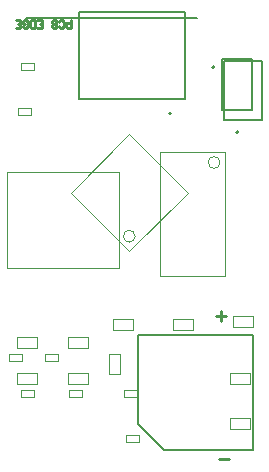
<source format=gbr>
%TF.GenerationSoftware,Altium Limited,Altium Designer,24.7.2 (38)*%
G04 Layer_Color=16711935*
%FSLAX45Y45*%
%MOMM*%
%TF.SameCoordinates,C77648C0-80D8-424D-8617-BB5A92A82554*%
%TF.FilePolarity,Positive*%
%TF.FileFunction,Other,Mechanical_13*%
%TF.Part,Single*%
G01*
G75*
%TA.AperFunction,NonConductor*%
%ADD31C,0.20000*%
%ADD34C,0.12700*%
%ADD35C,0.25400*%
%ADD56C,0.10000*%
D31*
X2193400Y3527400D02*
G03*
X2193400Y3527400I-10000J0D01*
G01*
X2397600Y2978200D02*
G03*
X2397600Y2978200I-10000J0D01*
G01*
X1828600Y3133800D02*
G03*
X1828600Y3133800I-10000J0D01*
G01*
D34*
X2278395Y3577402D02*
X2598400D01*
Y3077398D02*
Y3577402D01*
X2278395Y3077403D02*
Y3577402D01*
Y3077403D02*
X2598400Y3077398D01*
X1547002Y1259398D02*
X2516998D01*
Y289403D02*
Y1259398D01*
X1767002Y289403D02*
X2516998D01*
X1547002Y509402D02*
Y1259398D01*
Y509402D02*
X1767002Y289403D01*
X2259599Y3161701D02*
X2515601D01*
X2259599D02*
Y3594699D01*
X2515601D01*
Y3161701D02*
Y3594699D01*
X1051601Y3993799D02*
X1945599D01*
X1051601Y3258800D02*
Y3993799D01*
Y3258800D02*
X1945599D01*
Y3993799D01*
X598602Y3944798D02*
X2048601D01*
D35*
X2212000Y1417880D02*
X2296639D01*
X2254320Y1460199D02*
Y1375560D01*
X2232000Y207879D02*
X2316640D01*
X978600Y3923800D02*
Y3862860D01*
X948130D01*
X937973Y3873016D01*
Y3893330D01*
X948130Y3903486D01*
X978600D01*
X877033Y3873016D02*
X887190Y3862860D01*
X907503D01*
X917660Y3873016D01*
Y3913643D01*
X907503Y3923800D01*
X887190D01*
X877033Y3913643D01*
X856720Y3862860D02*
Y3923800D01*
X826250D01*
X816093Y3913643D01*
Y3903486D01*
X826250Y3893330D01*
X856720D01*
X826250D01*
X816093Y3883173D01*
Y3873016D01*
X826250Y3862860D01*
X856720D01*
X694212D02*
X734839D01*
Y3923800D01*
X694212D01*
X734839Y3893330D02*
X714526D01*
X673899Y3862860D02*
Y3923800D01*
X643429D01*
X633272Y3913643D01*
Y3873016D01*
X643429Y3862860D01*
X673899D01*
X572332Y3873016D02*
X582489Y3862860D01*
X602802D01*
X612959Y3873016D01*
Y3913643D01*
X602802Y3923800D01*
X582489D01*
X572332Y3913643D01*
Y3893330D01*
X592645D01*
X511392Y3862860D02*
X552019D01*
Y3923800D01*
X511392D01*
X552019Y3893330D02*
X531705D01*
D56*
X1523200Y2096105D02*
G03*
X1523200Y2096105I-50000J0D01*
G01*
X2241600Y2721000D02*
G03*
X2241600Y2721000I-50000J0D01*
G01*
X958901Y844001D02*
Y933999D01*
X1123899Y844001D02*
Y933999D01*
X958901D02*
X1123899D01*
X958901Y844001D02*
X1123899D01*
X527101D02*
Y933999D01*
X692099Y844001D02*
Y933999D01*
X527101D02*
X692099D01*
X527101Y844001D02*
X692099D01*
X527101Y1148801D02*
Y1238799D01*
X692099Y1148801D02*
Y1238799D01*
X527101D02*
X692099D01*
X527101Y1148801D02*
X692099D01*
X1301201Y933501D02*
X1391199D01*
X1301201Y1098499D02*
X1391199D01*
X1301201Y933501D02*
Y1098499D01*
X1391199Y933501D02*
Y1098499D01*
X958901Y1148801D02*
Y1238799D01*
X1123899Y1148801D02*
Y1238799D01*
X958901D02*
X1123899D01*
X958901Y1148801D02*
X1123899D01*
X1473200Y1968825D02*
X1968175Y2463800D01*
X978225D02*
X1473200Y2958775D01*
X978225Y2463800D02*
X1473200Y1968825D01*
Y2958775D02*
X1968175Y2463800D01*
X2012899Y1301201D02*
Y1391199D01*
X1847901Y1301201D02*
Y1391199D01*
X2012899D01*
X1847901Y1301201D02*
X2012899D01*
X1731599Y1761002D02*
X2281601D01*
X1731599Y2810998D02*
X2281601D01*
X1731599Y1761002D02*
Y2810998D01*
X2281601Y1761002D02*
Y2810998D01*
X1072002Y731500D02*
Y792500D01*
X959998Y731500D02*
Y792500D01*
X1072002D01*
X959998Y731500D02*
X1072002D01*
X868802Y1036300D02*
Y1097300D01*
X756798Y1036300D02*
Y1097300D01*
X868802D01*
X756798Y1036300D02*
X868802D01*
X2520899Y1326601D02*
Y1416599D01*
X2355901Y1326601D02*
Y1416599D01*
X2520899D01*
X2355901Y1326601D02*
X2520899D01*
X1504899Y1301201D02*
Y1391199D01*
X1339901Y1301201D02*
Y1391199D01*
X1504899D01*
X1339901Y1301201D02*
X1504899D01*
X640202Y3119100D02*
Y3180100D01*
X528198Y3119100D02*
Y3180100D01*
X640202D01*
X528198Y3119100D02*
X640202D01*
X1554602Y350500D02*
Y411500D01*
X1442598Y350500D02*
Y411500D01*
X1554602D01*
X1442598Y350500D02*
X1554602D01*
X2495499Y844001D02*
Y933999D01*
X2330501Y844001D02*
Y933999D01*
X2495499D01*
X2330501Y844001D02*
X2495499D01*
Y463001D02*
Y552999D01*
X2330501Y463001D02*
Y552999D01*
X2495499D01*
X2330501Y463001D02*
X2495499D01*
X1538402Y731500D02*
Y792500D01*
X1426398Y731500D02*
Y792500D01*
X1538402D01*
X1426398Y731500D02*
X1538402D01*
X665602D02*
Y792500D01*
X553598Y731500D02*
Y792500D01*
X665602D01*
X553598Y731500D02*
X665602D01*
X564002Y1036300D02*
Y1097300D01*
X451998Y1036300D02*
Y1097300D01*
X564002D01*
X451998Y1036300D02*
X564002D01*
X665602Y3500100D02*
Y3561100D01*
X553598Y3500100D02*
Y3561100D01*
X665602D01*
X553598Y3500100D02*
X665602D01*
X438399Y1828698D02*
Y2641702D01*
X1390401Y1828698D02*
Y2641702D01*
X438399D02*
X1390401D01*
X438399Y1828698D02*
X1390401D01*
%TF.MD5,5751050c8f7b12ab502113045c40e4d3*%
M02*

</source>
